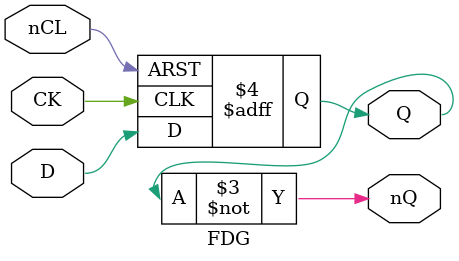
<source format=v>


`timescale 1ns/100ps

module FDG(
	input CK,
	input D,
	input nCL,
	output reg Q,
	output nQ
);

// Same function as FDO ?

always @(posedge CK or negedge nCL) begin
	if (!nCL)
		Q <= 1'b0;	// tmax = 5.3ns
	else
		Q <= D;		// tmax = 4.2ns
end

assign nQ = ~Q;

endmodule

</source>
